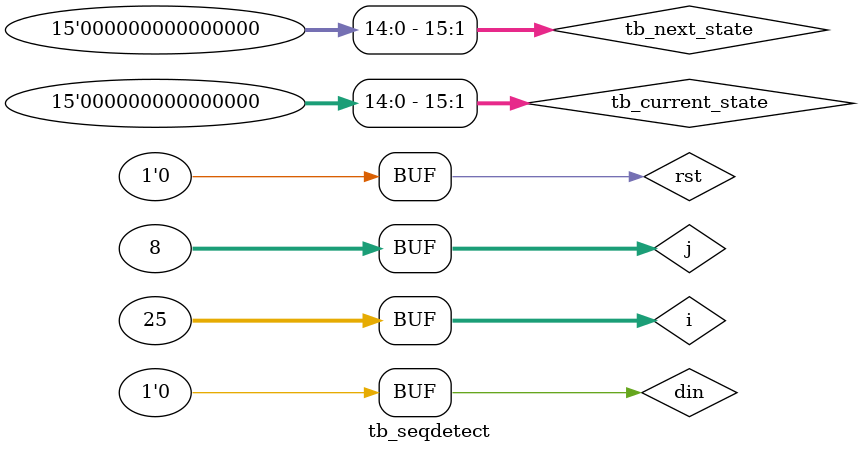
<source format=sv>
`timescale 1ns/1ps

module tb_seqdetect;

  parameter ClockPeriod = 10;
  parameter Patterns = 25;
  parameter Width = 8;
  
  reg rst;
  reg din;
  reg [0:Width-1] tbdin [0:Patterns-1];  // 8-bit test vector

  wire clk;  // From clk0 of clk_gen.sv
  wire flag; // From det0 of seqdetect.sv
  wire [15:0] tb_current_state, tb_next_state;
  
  clk_gen #(ClockPeriod) clk0(.clk(clk));                        // Clock Generator
  seqdetect det0(.flag(flag), .din(din), .clk(clk), .rst(rst));  // DUT

  assign tb_current_state = det0.current_state;  // Make current_state Visible
  assign tb_next_state    = det0.next_state;     // Make next_state Visible

  initial begin
    rst = 1'b1;
    din = 1'b0;
    #ClockPeriod
    rst = 1'b0;
  end

  initial begin // Stimulus
	tbdin[0] =  8'b01010101;
	tbdin[1] =  8'b10101010;
	tbdin[2] =  8'b01100111;
	tbdin[3] =  8'b00111100; // Raise Flag
	tbdin[4] =  8'b11110000; // Raise Flag (overlap)
	tbdin[5] =  8'b11110000; // Raise Flag
	tbdin[6] =  8'b11111000;
	tbdin[7] =  8'b11111100;
	tbdin[8] =  8'b11111110;
	tbdin[9] =  8'b00111100; // Raise Flag
	tbdin[10] = 8'b10011111;
	tbdin[11] = 8'b11111100;
	tbdin[12] = 8'b00111100; // Raise Flag
	tbdin[13] = 8'b11110000; // Raise Flag (overlap)
	tbdin[14] = 8'b0;
	tbdin[15] = 8'b1;
	tbdin[16] = 8'b1;
	tbdin[17] = 8'b1;
	tbdin[18] = 8'b0;
	tbdin[19] = 8'b0;
	tbdin[20] = 8'b0;
	tbdin[21] = 8'b0;
	tbdin[22] = 8'b0;
	tbdin[23] = 8'b1;
	tbdin[24] = 8'b1;
  end
  
// Assign Stimulus
  integer i;
  integer j;
  initial begin
	#(ClockPeriod / 2)
    for (i = 0; i <= (Patterns-1); i = i + 1)
      for (j = 0; j <= (Width-1); j = j + 1) 
	    din = #ClockPeriod tbdin[i][j];
  end

endmodule // tb_seqdetect
</source>
